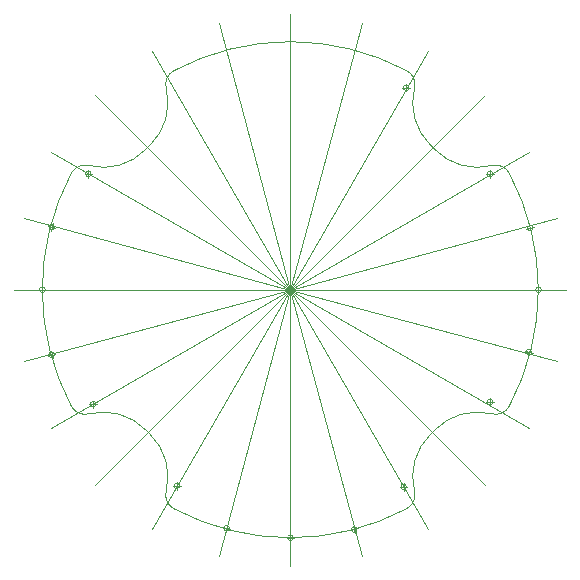
<source format=gbr>
%TF.GenerationSoftware,KiCad,Pcbnew,7.0.6*%
%TF.CreationDate,2023-08-09T16:46:26+09:30*%
%TF.ProjectId,interior-lighting,696e7465-7269-46f7-922d-6c6967687469,V1.0*%
%TF.SameCoordinates,Original*%
%TF.FileFunction,OtherDrawing,Comment*%
%FSLAX46Y46*%
G04 Gerber Fmt 4.6, Leading zero omitted, Abs format (unit mm)*
G04 Created by KiCad (PCBNEW 7.0.6) date 2023-08-09 16:46:26*
%MOMM*%
%LPD*%
G01*
G04 APERTURE LIST*
%ADD10C,0.100000*%
%ADD11C,0.010050*%
%ADD12C,0.050000*%
G04 APERTURE END LIST*
D10*
X100000000Y-100000000D02*
X79771124Y-111679147D01*
X100000000Y-100000000D02*
X93954429Y-122562379D01*
X100000000Y-100000000D02*
X88320853Y-120228876D01*
D11*
X100005025Y-100000000D02*
G75*
G03*
X100005025Y-100000000I-5025J0D01*
G01*
D10*
X100000000Y-100000000D02*
X106045571Y-77437621D01*
X118540105Y-109862277D02*
G75*
G03*
X118540105Y-90137723I-18540105J9862277D01*
G01*
X90137723Y-118540105D02*
G75*
G03*
X109862277Y-118540105I9862277J18540105D01*
G01*
X100000000Y-100000000D02*
X120228876Y-111679147D01*
X118540094Y-90137729D02*
G75*
G03*
X117067099Y-89488018I-1149494J-611471D01*
G01*
X87763663Y-111873271D02*
G75*
G03*
X88126729Y-112236337I12234337J11871271D01*
G01*
X100000000Y-100000000D02*
X116516808Y-83483192D01*
X100000000Y-100000000D02*
X100000000Y-76641706D01*
X100000000Y-100000000D02*
X76641706Y-100000000D01*
X100000000Y-100000000D02*
X77437621Y-106045571D01*
X111873271Y-112236337D02*
G75*
G03*
X112236337Y-111873271I-11871271J12234337D01*
G01*
X89488004Y-117067095D02*
G75*
G03*
X88126728Y-112236338I-4843204J1242395D01*
G01*
X100000000Y-100000000D02*
X88320853Y-79771124D01*
X88126729Y-87763663D02*
G75*
G03*
X87763663Y-88126729I11871271J-12234337D01*
G01*
D11*
X100005025Y-100000000D02*
G75*
G03*
X100005025Y-100000000I-5025J0D01*
G01*
D10*
X100000000Y-100000000D02*
X123358294Y-100000000D01*
X100000000Y-100000000D02*
X111679147Y-79771124D01*
X100000000Y-100000000D02*
X100000000Y-123358294D01*
X100000000Y-100000000D02*
X93954429Y-77437621D01*
X88126719Y-87763653D02*
G75*
G03*
X89488017Y-82932901I-3481819J3588353D01*
G01*
X81459906Y-109862271D02*
G75*
G03*
X82932901Y-110511982I1149494J611471D01*
G01*
X100000000Y-100000000D02*
X106045571Y-122562379D01*
X100000000Y-100000000D02*
X83483192Y-83483192D01*
X100000000Y-100000000D02*
X122562379Y-106045571D01*
X117067096Y-110511994D02*
G75*
G03*
X118540104Y-109862277I323504J1261194D01*
G01*
X82932905Y-89488004D02*
G75*
G03*
X87763662Y-88126728I1242395J4843204D01*
G01*
X100000000Y-100000000D02*
X77437621Y-93954429D01*
X100000000Y-100000000D02*
X83483192Y-116516808D01*
X117067095Y-110511996D02*
G75*
G03*
X112236338Y-111873272I-1242395J-4843204D01*
G01*
X112236347Y-88126719D02*
G75*
G03*
X117067099Y-89488017I3588353J3481819D01*
G01*
X109862277Y-81459895D02*
G75*
G03*
X90137723Y-81459895I-9862277J-18540105D01*
G01*
X87763653Y-111873281D02*
G75*
G03*
X82932901Y-110511983I-3588353J-3481819D01*
G01*
X110511994Y-82932904D02*
G75*
G03*
X109862277Y-81459896I-1261194J323504D01*
G01*
X111873281Y-112236347D02*
G75*
G03*
X110511983Y-117067099I3481819J-3588353D01*
G01*
X112236337Y-88126729D02*
G75*
G03*
X111873271Y-87763663I-12234337J-11871271D01*
G01*
X100000000Y-100000000D02*
X116516808Y-116516808D01*
X110511996Y-82932905D02*
G75*
G03*
X111873272Y-87763662I4843204J-1242395D01*
G01*
X100000000Y-100000000D02*
X122562379Y-93954429D01*
X100000000Y-100000000D02*
X120228876Y-88320853D01*
X109862271Y-118540094D02*
G75*
G03*
X110511982Y-117067099I-611471J1149494D01*
G01*
X100000000Y-100000000D02*
X79771124Y-88320853D01*
X90137729Y-81459906D02*
G75*
G03*
X89488018Y-82932901I611471J-1149494D01*
G01*
X81459895Y-90137723D02*
G75*
G03*
X81459895Y-109862277I18540105J-9862277D01*
G01*
X82932904Y-89488006D02*
G75*
G03*
X81459896Y-90137723I-323504J-1261194D01*
G01*
X89488006Y-117067096D02*
G75*
G03*
X90137723Y-118540104I1261194J-323504D01*
G01*
X100000000Y-100000000D02*
X111679147Y-120228876D01*
D12*
%TO.C,C21*%
X83138100Y-90200000D02*
G75*
G03*
X83138100Y-90200000I-238100J0D01*
G01*
X82900000Y-89882500D02*
X82900000Y-90517500D01*
X83217500Y-90200000D02*
X82582500Y-90200000D01*
%TO.C,C20*%
X80038100Y-94700000D02*
G75*
G03*
X80038100Y-94700000I-238100J0D01*
G01*
X79493319Y-94617825D02*
X80106681Y-94782175D01*
X79882175Y-94393319D02*
X79717825Y-95006681D01*
%TO.C,C19*%
X79238100Y-100000000D02*
G75*
G03*
X79238100Y-100000000I-238100J0D01*
G01*
X78682500Y-100000000D02*
X79317500Y-100000000D01*
X79000000Y-99682500D02*
X79000000Y-100317500D01*
%TO.C,C18*%
X80038100Y-105500000D02*
G75*
G03*
X80038100Y-105500000I-238100J0D01*
G01*
X79493319Y-105582175D02*
X80106681Y-105417825D01*
X79717825Y-105193319D02*
X79882175Y-105806681D01*
%TO.C,C17*%
X83538100Y-109700000D02*
G75*
G03*
X83538100Y-109700000I-238100J0D01*
G01*
X83300000Y-110017500D02*
X83300000Y-109382500D01*
X82982500Y-109700000D02*
X83617500Y-109700000D01*
%TO.C,C15*%
X90638100Y-116600000D02*
G75*
G03*
X90638100Y-116600000I-238100J0D01*
G01*
X90082500Y-116600000D02*
X90717500Y-116600000D01*
X90400000Y-116282500D02*
X90400000Y-116917500D01*
%TO.C,C14*%
X94838100Y-120200000D02*
G75*
G03*
X94838100Y-120200000I-238100J0D01*
G01*
X94517825Y-120506681D02*
X94682175Y-119893319D01*
X94293319Y-120117825D02*
X94906681Y-120282175D01*
%TO.C,C13*%
X100238100Y-121000000D02*
G75*
G03*
X100238100Y-121000000I-238100J0D01*
G01*
X100000000Y-121317500D02*
X100000000Y-120682500D01*
X99682500Y-121000000D02*
X100317500Y-121000000D01*
%TO.C,C12*%
X105638100Y-120300000D02*
G75*
G03*
X105638100Y-120300000I-238100J0D01*
G01*
X105482175Y-120606681D02*
X105317825Y-119993319D01*
X105093319Y-120382175D02*
X105706681Y-120217825D01*
%TO.C,C11*%
X109838100Y-116700000D02*
G75*
G03*
X109838100Y-116700000I-238100J0D01*
G01*
X109917500Y-116700000D02*
X109282500Y-116700000D01*
X109600000Y-117017500D02*
X109600000Y-116382500D01*
%TO.C,C9*%
X117138100Y-109500000D02*
G75*
G03*
X117138100Y-109500000I-238100J0D01*
G01*
X116900000Y-109817500D02*
X116900000Y-109182500D01*
X116582500Y-109500000D02*
X117217500Y-109500000D01*
%TO.C,C8*%
X120438100Y-105300000D02*
G75*
G03*
X120438100Y-105300000I-238100J0D01*
G01*
X120506681Y-105382175D02*
X119893319Y-105217825D01*
X120117825Y-105606681D02*
X120282175Y-104993319D01*
%TO.C,C7*%
X121238100Y-100000000D02*
G75*
G03*
X121238100Y-100000000I-238100J0D01*
G01*
X121317500Y-100000000D02*
X120682500Y-100000000D01*
X121000000Y-100317500D02*
X121000000Y-99682500D01*
%TO.C,C6*%
X120538100Y-94800000D02*
G75*
G03*
X120538100Y-94800000I-238100J0D01*
G01*
X120606681Y-94717825D02*
X119993319Y-94882175D01*
X120382175Y-95106681D02*
X120217825Y-94493319D01*
%TO.C,C5*%
X117138100Y-90200000D02*
G75*
G03*
X117138100Y-90200000I-238100J0D01*
G01*
X116900000Y-89882500D02*
X116900000Y-90517500D01*
X117217500Y-90200000D02*
X116582500Y-90200000D01*
%TO.C,C3*%
X110038100Y-82900000D02*
G75*
G03*
X110038100Y-82900000I-238100J0D01*
G01*
X110117500Y-82900000D02*
X109482500Y-82900000D01*
X109800000Y-83217500D02*
X109800000Y-82582500D01*
%TD*%
M02*

</source>
